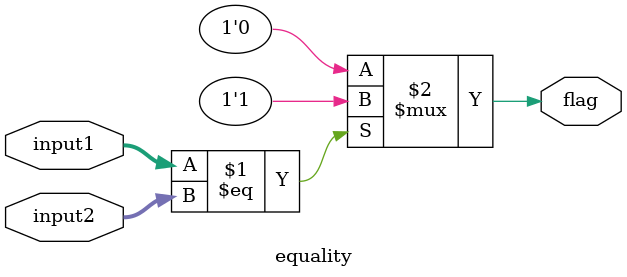
<source format=sv>
module equality(
	input logic [15:0] input1,
	input logic [15:0] input2,
	output logic flag
	);
	
	assign flag = (input1 == input2) ? 1'b1 : 1'b0;

endmodule
</source>
